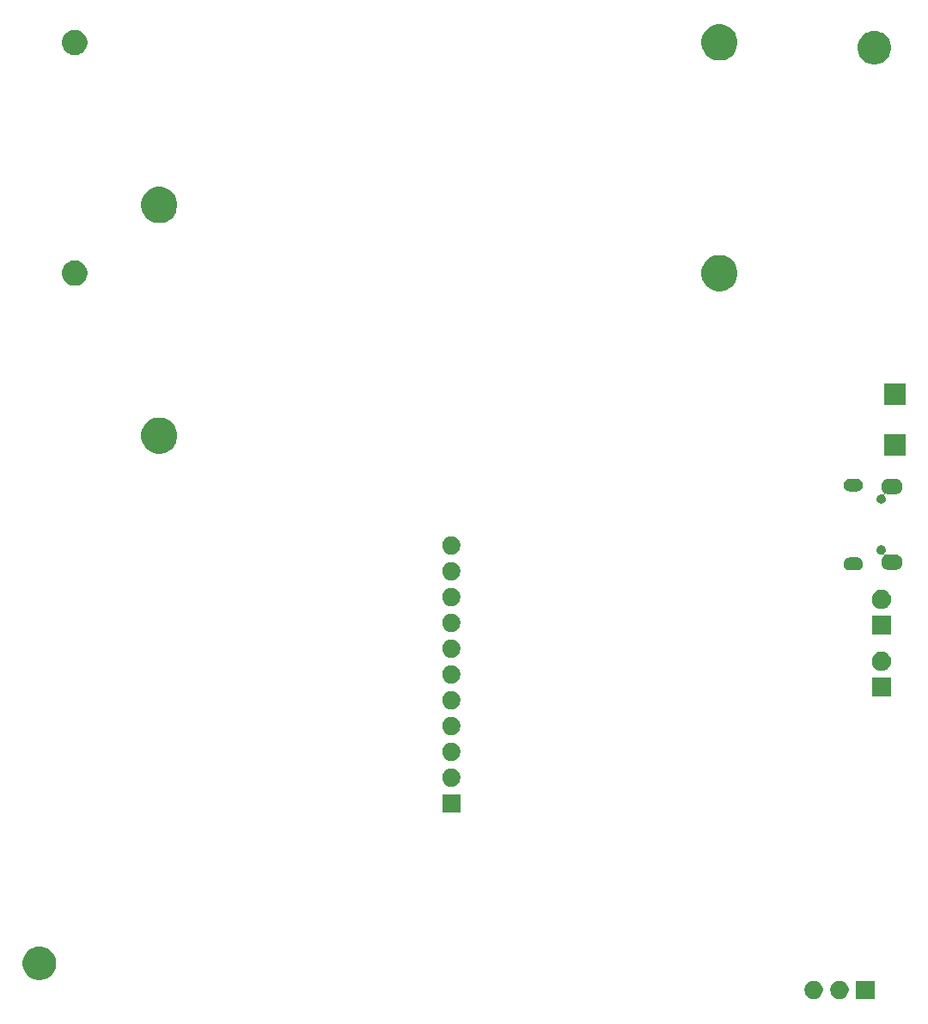
<source format=gbr>
G04 #@! TF.GenerationSoftware,KiCad,Pcbnew,(5.1.5)-3*
G04 #@! TF.CreationDate,2020-03-13T11:52:07+01:00*
G04 #@! TF.ProjectId,MainPCB,4d61696e-5043-4422-9e6b-696361645f70,rev?*
G04 #@! TF.SameCoordinates,Original*
G04 #@! TF.FileFunction,Soldermask,Bot*
G04 #@! TF.FilePolarity,Negative*
%FSLAX46Y46*%
G04 Gerber Fmt 4.6, Leading zero omitted, Abs format (unit mm)*
G04 Created by KiCad (PCBNEW (5.1.5)-3) date 2020-03-13 11:52:07*
%MOMM*%
%LPD*%
G04 APERTURE LIST*
%ADD10C,0.100000*%
G04 APERTURE END LIST*
D10*
G36*
X140740700Y-133577900D02*
G01*
X138938700Y-133577900D01*
X138938700Y-131775900D01*
X140740700Y-131775900D01*
X140740700Y-133577900D01*
G37*
G36*
X134873212Y-131780827D02*
G01*
X135022512Y-131810524D01*
X135186484Y-131878444D01*
X135334054Y-131977047D01*
X135459553Y-132102546D01*
X135558156Y-132250116D01*
X135626076Y-132414088D01*
X135660700Y-132588159D01*
X135660700Y-132765641D01*
X135626076Y-132939712D01*
X135558156Y-133103684D01*
X135459553Y-133251254D01*
X135334054Y-133376753D01*
X135186484Y-133475356D01*
X135022512Y-133543276D01*
X134873212Y-133572973D01*
X134848442Y-133577900D01*
X134670958Y-133577900D01*
X134646188Y-133572973D01*
X134496888Y-133543276D01*
X134332916Y-133475356D01*
X134185346Y-133376753D01*
X134059847Y-133251254D01*
X133961244Y-133103684D01*
X133893324Y-132939712D01*
X133858700Y-132765641D01*
X133858700Y-132588159D01*
X133893324Y-132414088D01*
X133961244Y-132250116D01*
X134059847Y-132102546D01*
X134185346Y-131977047D01*
X134332916Y-131878444D01*
X134496888Y-131810524D01*
X134646188Y-131780827D01*
X134670958Y-131775900D01*
X134848442Y-131775900D01*
X134873212Y-131780827D01*
G37*
G36*
X137413212Y-131780827D02*
G01*
X137562512Y-131810524D01*
X137726484Y-131878444D01*
X137874054Y-131977047D01*
X137999553Y-132102546D01*
X138098156Y-132250116D01*
X138166076Y-132414088D01*
X138200700Y-132588159D01*
X138200700Y-132765641D01*
X138166076Y-132939712D01*
X138098156Y-133103684D01*
X137999553Y-133251254D01*
X137874054Y-133376753D01*
X137726484Y-133475356D01*
X137562512Y-133543276D01*
X137413212Y-133572973D01*
X137388442Y-133577900D01*
X137210958Y-133577900D01*
X137186188Y-133572973D01*
X137036888Y-133543276D01*
X136872916Y-133475356D01*
X136725346Y-133376753D01*
X136599847Y-133251254D01*
X136501244Y-133103684D01*
X136433324Y-132939712D01*
X136398700Y-132765641D01*
X136398700Y-132588159D01*
X136433324Y-132414088D01*
X136501244Y-132250116D01*
X136599847Y-132102546D01*
X136725346Y-131977047D01*
X136872916Y-131878444D01*
X137036888Y-131810524D01*
X137186188Y-131780827D01*
X137210958Y-131775900D01*
X137388442Y-131775900D01*
X137413212Y-131780827D01*
G37*
G36*
X58846056Y-128451998D02*
G01*
X58952379Y-128473147D01*
X59252842Y-128597603D01*
X59523251Y-128778285D01*
X59753215Y-129008249D01*
X59933897Y-129278658D01*
X60058353Y-129579121D01*
X60121800Y-129898091D01*
X60121800Y-130223309D01*
X60058353Y-130542279D01*
X59933897Y-130842742D01*
X59753215Y-131113151D01*
X59523251Y-131343115D01*
X59252842Y-131523797D01*
X58952379Y-131648253D01*
X58846056Y-131669402D01*
X58633411Y-131711700D01*
X58308189Y-131711700D01*
X58095544Y-131669402D01*
X57989221Y-131648253D01*
X57688758Y-131523797D01*
X57418349Y-131343115D01*
X57188385Y-131113151D01*
X57007703Y-130842742D01*
X56883247Y-130542279D01*
X56819800Y-130223309D01*
X56819800Y-129898091D01*
X56883247Y-129579121D01*
X57007703Y-129278658D01*
X57188385Y-129008249D01*
X57418349Y-128778285D01*
X57688758Y-128597603D01*
X57989221Y-128473147D01*
X58095544Y-128451998D01*
X58308189Y-128409700D01*
X58633411Y-128409700D01*
X58846056Y-128451998D01*
G37*
G36*
X99961000Y-115201000D02*
G01*
X98159000Y-115201000D01*
X98159000Y-113399000D01*
X99961000Y-113399000D01*
X99961000Y-115201000D01*
G37*
G36*
X99173512Y-110863927D02*
G01*
X99322812Y-110893624D01*
X99486784Y-110961544D01*
X99634354Y-111060147D01*
X99759853Y-111185646D01*
X99858456Y-111333216D01*
X99926376Y-111497188D01*
X99961000Y-111671259D01*
X99961000Y-111848741D01*
X99926376Y-112022812D01*
X99858456Y-112186784D01*
X99759853Y-112334354D01*
X99634354Y-112459853D01*
X99486784Y-112558456D01*
X99322812Y-112626376D01*
X99173512Y-112656073D01*
X99148742Y-112661000D01*
X98971258Y-112661000D01*
X98946488Y-112656073D01*
X98797188Y-112626376D01*
X98633216Y-112558456D01*
X98485646Y-112459853D01*
X98360147Y-112334354D01*
X98261544Y-112186784D01*
X98193624Y-112022812D01*
X98159000Y-111848741D01*
X98159000Y-111671259D01*
X98193624Y-111497188D01*
X98261544Y-111333216D01*
X98360147Y-111185646D01*
X98485646Y-111060147D01*
X98633216Y-110961544D01*
X98797188Y-110893624D01*
X98946488Y-110863927D01*
X98971258Y-110859000D01*
X99148742Y-110859000D01*
X99173512Y-110863927D01*
G37*
G36*
X99173512Y-108323927D02*
G01*
X99322812Y-108353624D01*
X99486784Y-108421544D01*
X99634354Y-108520147D01*
X99759853Y-108645646D01*
X99858456Y-108793216D01*
X99926376Y-108957188D01*
X99961000Y-109131259D01*
X99961000Y-109308741D01*
X99926376Y-109482812D01*
X99858456Y-109646784D01*
X99759853Y-109794354D01*
X99634354Y-109919853D01*
X99486784Y-110018456D01*
X99322812Y-110086376D01*
X99173512Y-110116073D01*
X99148742Y-110121000D01*
X98971258Y-110121000D01*
X98946488Y-110116073D01*
X98797188Y-110086376D01*
X98633216Y-110018456D01*
X98485646Y-109919853D01*
X98360147Y-109794354D01*
X98261544Y-109646784D01*
X98193624Y-109482812D01*
X98159000Y-109308741D01*
X98159000Y-109131259D01*
X98193624Y-108957188D01*
X98261544Y-108793216D01*
X98360147Y-108645646D01*
X98485646Y-108520147D01*
X98633216Y-108421544D01*
X98797188Y-108353624D01*
X98946488Y-108323927D01*
X98971258Y-108319000D01*
X99148742Y-108319000D01*
X99173512Y-108323927D01*
G37*
G36*
X99173512Y-105783927D02*
G01*
X99322812Y-105813624D01*
X99486784Y-105881544D01*
X99634354Y-105980147D01*
X99759853Y-106105646D01*
X99858456Y-106253216D01*
X99926376Y-106417188D01*
X99961000Y-106591259D01*
X99961000Y-106768741D01*
X99926376Y-106942812D01*
X99858456Y-107106784D01*
X99759853Y-107254354D01*
X99634354Y-107379853D01*
X99486784Y-107478456D01*
X99322812Y-107546376D01*
X99173512Y-107576073D01*
X99148742Y-107581000D01*
X98971258Y-107581000D01*
X98946488Y-107576073D01*
X98797188Y-107546376D01*
X98633216Y-107478456D01*
X98485646Y-107379853D01*
X98360147Y-107254354D01*
X98261544Y-107106784D01*
X98193624Y-106942812D01*
X98159000Y-106768741D01*
X98159000Y-106591259D01*
X98193624Y-106417188D01*
X98261544Y-106253216D01*
X98360147Y-106105646D01*
X98485646Y-105980147D01*
X98633216Y-105881544D01*
X98797188Y-105813624D01*
X98946488Y-105783927D01*
X98971258Y-105779000D01*
X99148742Y-105779000D01*
X99173512Y-105783927D01*
G37*
G36*
X99173512Y-103243927D02*
G01*
X99322812Y-103273624D01*
X99486784Y-103341544D01*
X99634354Y-103440147D01*
X99759853Y-103565646D01*
X99858456Y-103713216D01*
X99926376Y-103877188D01*
X99961000Y-104051259D01*
X99961000Y-104228741D01*
X99926376Y-104402812D01*
X99858456Y-104566784D01*
X99759853Y-104714354D01*
X99634354Y-104839853D01*
X99486784Y-104938456D01*
X99322812Y-105006376D01*
X99173512Y-105036073D01*
X99148742Y-105041000D01*
X98971258Y-105041000D01*
X98946488Y-105036073D01*
X98797188Y-105006376D01*
X98633216Y-104938456D01*
X98485646Y-104839853D01*
X98360147Y-104714354D01*
X98261544Y-104566784D01*
X98193624Y-104402812D01*
X98159000Y-104228741D01*
X98159000Y-104051259D01*
X98193624Y-103877188D01*
X98261544Y-103713216D01*
X98360147Y-103565646D01*
X98485646Y-103440147D01*
X98633216Y-103341544D01*
X98797188Y-103273624D01*
X98946488Y-103243927D01*
X98971258Y-103239000D01*
X99148742Y-103239000D01*
X99173512Y-103243927D01*
G37*
G36*
X142390900Y-103808300D02*
G01*
X140488900Y-103808300D01*
X140488900Y-101906300D01*
X142390900Y-101906300D01*
X142390900Y-103808300D01*
G37*
G36*
X99173512Y-100703927D02*
G01*
X99322812Y-100733624D01*
X99486784Y-100801544D01*
X99634354Y-100900147D01*
X99759853Y-101025646D01*
X99858456Y-101173216D01*
X99926376Y-101337188D01*
X99961000Y-101511259D01*
X99961000Y-101688741D01*
X99926376Y-101862812D01*
X99858456Y-102026784D01*
X99759853Y-102174354D01*
X99634354Y-102299853D01*
X99486784Y-102398456D01*
X99322812Y-102466376D01*
X99173512Y-102496073D01*
X99148742Y-102501000D01*
X98971258Y-102501000D01*
X98946488Y-102496073D01*
X98797188Y-102466376D01*
X98633216Y-102398456D01*
X98485646Y-102299853D01*
X98360147Y-102174354D01*
X98261544Y-102026784D01*
X98193624Y-101862812D01*
X98159000Y-101688741D01*
X98159000Y-101511259D01*
X98193624Y-101337188D01*
X98261544Y-101173216D01*
X98360147Y-101025646D01*
X98485646Y-100900147D01*
X98633216Y-100801544D01*
X98797188Y-100733624D01*
X98946488Y-100703927D01*
X98971258Y-100699000D01*
X99148742Y-100699000D01*
X99173512Y-100703927D01*
G37*
G36*
X141717295Y-99402846D02*
G01*
X141890366Y-99474534D01*
X141890367Y-99474535D01*
X142046127Y-99578610D01*
X142178590Y-99711073D01*
X142230981Y-99789482D01*
X142282666Y-99866834D01*
X142354354Y-100039905D01*
X142390900Y-100223633D01*
X142390900Y-100410967D01*
X142354354Y-100594695D01*
X142282666Y-100767766D01*
X142282665Y-100767767D01*
X142178590Y-100923527D01*
X142046127Y-101055990D01*
X141967718Y-101108381D01*
X141890366Y-101160066D01*
X141717295Y-101231754D01*
X141533567Y-101268300D01*
X141346233Y-101268300D01*
X141162505Y-101231754D01*
X140989434Y-101160066D01*
X140912082Y-101108381D01*
X140833673Y-101055990D01*
X140701210Y-100923527D01*
X140597135Y-100767767D01*
X140597134Y-100767766D01*
X140525446Y-100594695D01*
X140488900Y-100410967D01*
X140488900Y-100223633D01*
X140525446Y-100039905D01*
X140597134Y-99866834D01*
X140648819Y-99789482D01*
X140701210Y-99711073D01*
X140833673Y-99578610D01*
X140989433Y-99474535D01*
X140989434Y-99474534D01*
X141162505Y-99402846D01*
X141346233Y-99366300D01*
X141533567Y-99366300D01*
X141717295Y-99402846D01*
G37*
G36*
X99173512Y-98163927D02*
G01*
X99322812Y-98193624D01*
X99486784Y-98261544D01*
X99634354Y-98360147D01*
X99759853Y-98485646D01*
X99858456Y-98633216D01*
X99926376Y-98797188D01*
X99961000Y-98971259D01*
X99961000Y-99148741D01*
X99926376Y-99322812D01*
X99858456Y-99486784D01*
X99759853Y-99634354D01*
X99634354Y-99759853D01*
X99486784Y-99858456D01*
X99322812Y-99926376D01*
X99173512Y-99956073D01*
X99148742Y-99961000D01*
X98971258Y-99961000D01*
X98946488Y-99956073D01*
X98797188Y-99926376D01*
X98633216Y-99858456D01*
X98485646Y-99759853D01*
X98360147Y-99634354D01*
X98261544Y-99486784D01*
X98193624Y-99322812D01*
X98159000Y-99148741D01*
X98159000Y-98971259D01*
X98193624Y-98797188D01*
X98261544Y-98633216D01*
X98360147Y-98485646D01*
X98485646Y-98360147D01*
X98633216Y-98261544D01*
X98797188Y-98193624D01*
X98946488Y-98163927D01*
X98971258Y-98159000D01*
X99148742Y-98159000D01*
X99173512Y-98163927D01*
G37*
G36*
X142390900Y-97712300D02*
G01*
X140488900Y-97712300D01*
X140488900Y-95810300D01*
X142390900Y-95810300D01*
X142390900Y-97712300D01*
G37*
G36*
X99173512Y-95623927D02*
G01*
X99322812Y-95653624D01*
X99486784Y-95721544D01*
X99634354Y-95820147D01*
X99759853Y-95945646D01*
X99858456Y-96093216D01*
X99926376Y-96257188D01*
X99961000Y-96431259D01*
X99961000Y-96608741D01*
X99926376Y-96782812D01*
X99858456Y-96946784D01*
X99759853Y-97094354D01*
X99634354Y-97219853D01*
X99486784Y-97318456D01*
X99322812Y-97386376D01*
X99173512Y-97416073D01*
X99148742Y-97421000D01*
X98971258Y-97421000D01*
X98946488Y-97416073D01*
X98797188Y-97386376D01*
X98633216Y-97318456D01*
X98485646Y-97219853D01*
X98360147Y-97094354D01*
X98261544Y-96946784D01*
X98193624Y-96782812D01*
X98159000Y-96608741D01*
X98159000Y-96431259D01*
X98193624Y-96257188D01*
X98261544Y-96093216D01*
X98360147Y-95945646D01*
X98485646Y-95820147D01*
X98633216Y-95721544D01*
X98797188Y-95653624D01*
X98946488Y-95623927D01*
X98971258Y-95619000D01*
X99148742Y-95619000D01*
X99173512Y-95623927D01*
G37*
G36*
X141717295Y-93306846D02*
G01*
X141890366Y-93378534D01*
X141890367Y-93378535D01*
X142046127Y-93482610D01*
X142178590Y-93615073D01*
X142178591Y-93615075D01*
X142282666Y-93770834D01*
X142354354Y-93943905D01*
X142390900Y-94127633D01*
X142390900Y-94314967D01*
X142354354Y-94498695D01*
X142282666Y-94671766D01*
X142282665Y-94671767D01*
X142178590Y-94827527D01*
X142046127Y-94959990D01*
X141967718Y-95012381D01*
X141890366Y-95064066D01*
X141717295Y-95135754D01*
X141533567Y-95172300D01*
X141346233Y-95172300D01*
X141162505Y-95135754D01*
X140989434Y-95064066D01*
X140912082Y-95012381D01*
X140833673Y-94959990D01*
X140701210Y-94827527D01*
X140597135Y-94671767D01*
X140597134Y-94671766D01*
X140525446Y-94498695D01*
X140488900Y-94314967D01*
X140488900Y-94127633D01*
X140525446Y-93943905D01*
X140597134Y-93770834D01*
X140701209Y-93615075D01*
X140701210Y-93615073D01*
X140833673Y-93482610D01*
X140989433Y-93378535D01*
X140989434Y-93378534D01*
X141162505Y-93306846D01*
X141346233Y-93270300D01*
X141533567Y-93270300D01*
X141717295Y-93306846D01*
G37*
G36*
X99173512Y-93083927D02*
G01*
X99322812Y-93113624D01*
X99486784Y-93181544D01*
X99634354Y-93280147D01*
X99759853Y-93405646D01*
X99858456Y-93553216D01*
X99926376Y-93717188D01*
X99961000Y-93891259D01*
X99961000Y-94068741D01*
X99926376Y-94242812D01*
X99858456Y-94406784D01*
X99759853Y-94554354D01*
X99634354Y-94679853D01*
X99486784Y-94778456D01*
X99322812Y-94846376D01*
X99173512Y-94876073D01*
X99148742Y-94881000D01*
X98971258Y-94881000D01*
X98946488Y-94876073D01*
X98797188Y-94846376D01*
X98633216Y-94778456D01*
X98485646Y-94679853D01*
X98360147Y-94554354D01*
X98261544Y-94406784D01*
X98193624Y-94242812D01*
X98159000Y-94068741D01*
X98159000Y-93891259D01*
X98193624Y-93717188D01*
X98261544Y-93553216D01*
X98360147Y-93405646D01*
X98485646Y-93280147D01*
X98633216Y-93181544D01*
X98797188Y-93113624D01*
X98946488Y-93083927D01*
X98971258Y-93079000D01*
X99148742Y-93079000D01*
X99173512Y-93083927D01*
G37*
G36*
X99173512Y-90543927D02*
G01*
X99322812Y-90573624D01*
X99486784Y-90641544D01*
X99634354Y-90740147D01*
X99759853Y-90865646D01*
X99858456Y-91013216D01*
X99926376Y-91177188D01*
X99961000Y-91351259D01*
X99961000Y-91528741D01*
X99926376Y-91702812D01*
X99858456Y-91866784D01*
X99759853Y-92014354D01*
X99634354Y-92139853D01*
X99486784Y-92238456D01*
X99322812Y-92306376D01*
X99173512Y-92336073D01*
X99148742Y-92341000D01*
X98971258Y-92341000D01*
X98946488Y-92336073D01*
X98797188Y-92306376D01*
X98633216Y-92238456D01*
X98485646Y-92139853D01*
X98360147Y-92014354D01*
X98261544Y-91866784D01*
X98193624Y-91702812D01*
X98159000Y-91528741D01*
X98159000Y-91351259D01*
X98193624Y-91177188D01*
X98261544Y-91013216D01*
X98360147Y-90865646D01*
X98485646Y-90740147D01*
X98633216Y-90641544D01*
X98797188Y-90573624D01*
X98946488Y-90543927D01*
X98971258Y-90539000D01*
X99148742Y-90539000D01*
X99173512Y-90543927D01*
G37*
G36*
X141558652Y-88896231D02*
G01*
X141640727Y-88930228D01*
X141640729Y-88930229D01*
X141677913Y-88955075D01*
X141714595Y-88979585D01*
X141777415Y-89042405D01*
X141826772Y-89116273D01*
X141860769Y-89198348D01*
X141878100Y-89285479D01*
X141878100Y-89374321D01*
X141860769Y-89461452D01*
X141826772Y-89543527D01*
X141777415Y-89617395D01*
X141761862Y-89632948D01*
X141746317Y-89651890D01*
X141734766Y-89673501D01*
X141727653Y-89696950D01*
X141725251Y-89721336D01*
X141727653Y-89745722D01*
X141734766Y-89769171D01*
X141746317Y-89790782D01*
X141761862Y-89809724D01*
X141780804Y-89825269D01*
X141802415Y-89836820D01*
X141825864Y-89843933D01*
X141850250Y-89846335D01*
X141874636Y-89843933D01*
X141898085Y-89836820D01*
X141901714Y-89835104D01*
X141903700Y-89834502D01*
X141903701Y-89834501D01*
X141948001Y-89821063D01*
X142049979Y-89790128D01*
X142163982Y-89778900D01*
X142790218Y-89778900D01*
X142904221Y-89790128D01*
X143050502Y-89834502D01*
X143185304Y-89906555D01*
X143185307Y-89906557D01*
X143185308Y-89906558D01*
X143270668Y-89976612D01*
X143303469Y-90003531D01*
X143400445Y-90121696D01*
X143472498Y-90256498D01*
X143516872Y-90402779D01*
X143531854Y-90554900D01*
X143516872Y-90707021D01*
X143472498Y-90853302D01*
X143400445Y-90988104D01*
X143400443Y-90988107D01*
X143400442Y-90988108D01*
X143303469Y-91106269D01*
X143217055Y-91177188D01*
X143185304Y-91203245D01*
X143050502Y-91275298D01*
X142904221Y-91319672D01*
X142790218Y-91330900D01*
X142163982Y-91330900D01*
X142049979Y-91319672D01*
X141903698Y-91275298D01*
X141768896Y-91203245D01*
X141737146Y-91177188D01*
X141650731Y-91106269D01*
X141553758Y-90988108D01*
X141553757Y-90988107D01*
X141553755Y-90988104D01*
X141481702Y-90853302D01*
X141437328Y-90707021D01*
X141422346Y-90554900D01*
X141437328Y-90402779D01*
X141481702Y-90256498D01*
X141553755Y-90121696D01*
X141650733Y-90003528D01*
X141683530Y-89976612D01*
X141700857Y-89959285D01*
X141714470Y-89938911D01*
X141723848Y-89916272D01*
X141728628Y-89892239D01*
X141728628Y-89867735D01*
X141723848Y-89843701D01*
X141714470Y-89821063D01*
X141700856Y-89800688D01*
X141683529Y-89783361D01*
X141663155Y-89769748D01*
X141640516Y-89760370D01*
X141616483Y-89755590D01*
X141591979Y-89755590D01*
X141567945Y-89760370D01*
X141559451Y-89763410D01*
X141471521Y-89780900D01*
X141382679Y-89780900D01*
X141295548Y-89763569D01*
X141213473Y-89729572D01*
X141213472Y-89729572D01*
X141213471Y-89729571D01*
X141139604Y-89680214D01*
X141076786Y-89617396D01*
X141027429Y-89543529D01*
X141027428Y-89543527D01*
X140993431Y-89461452D01*
X140976100Y-89374321D01*
X140976100Y-89285479D01*
X140993431Y-89198348D01*
X141027428Y-89116273D01*
X141076785Y-89042405D01*
X141139605Y-88979585D01*
X141176287Y-88955075D01*
X141213471Y-88930229D01*
X141213473Y-88930228D01*
X141295548Y-88896231D01*
X141382679Y-88878900D01*
X141471521Y-88878900D01*
X141558652Y-88896231D01*
G37*
G36*
X139124815Y-90087958D02*
G01*
X139220853Y-90117091D01*
X139236035Y-90121696D01*
X139242822Y-90123755D01*
X139351568Y-90181881D01*
X139446890Y-90260110D01*
X139525119Y-90355432D01*
X139583245Y-90464178D01*
X139619042Y-90582185D01*
X139631128Y-90704900D01*
X139619042Y-90827615D01*
X139583245Y-90945622D01*
X139525119Y-91054368D01*
X139446890Y-91149690D01*
X139351568Y-91227919D01*
X139242822Y-91286045D01*
X139124815Y-91321842D01*
X139032846Y-91330900D01*
X138321354Y-91330900D01*
X138229385Y-91321842D01*
X138111378Y-91286045D01*
X138002632Y-91227919D01*
X137907310Y-91149690D01*
X137829081Y-91054368D01*
X137770955Y-90945622D01*
X137735158Y-90827615D01*
X137723072Y-90704900D01*
X137735158Y-90582185D01*
X137770955Y-90464178D01*
X137829081Y-90355432D01*
X137907310Y-90260110D01*
X138002632Y-90181881D01*
X138111378Y-90123755D01*
X138118166Y-90121696D01*
X138133347Y-90117091D01*
X138229385Y-90087958D01*
X138321354Y-90078900D01*
X139032846Y-90078900D01*
X139124815Y-90087958D01*
G37*
G36*
X99173512Y-88003927D02*
G01*
X99322812Y-88033624D01*
X99486784Y-88101544D01*
X99634354Y-88200147D01*
X99759853Y-88325646D01*
X99858456Y-88473216D01*
X99926376Y-88637188D01*
X99961000Y-88811259D01*
X99961000Y-88988741D01*
X99926376Y-89162812D01*
X99858456Y-89326784D01*
X99759853Y-89474354D01*
X99634354Y-89599853D01*
X99486784Y-89698456D01*
X99322812Y-89766376D01*
X99173512Y-89796073D01*
X99148742Y-89801000D01*
X98971258Y-89801000D01*
X98946488Y-89796073D01*
X98797188Y-89766376D01*
X98633216Y-89698456D01*
X98485646Y-89599853D01*
X98360147Y-89474354D01*
X98261544Y-89326784D01*
X98193624Y-89162812D01*
X98159000Y-88988741D01*
X98159000Y-88811259D01*
X98193624Y-88637188D01*
X98261544Y-88473216D01*
X98360147Y-88325646D01*
X98485646Y-88200147D01*
X98633216Y-88101544D01*
X98797188Y-88033624D01*
X98946488Y-88003927D01*
X98971258Y-87999000D01*
X99148742Y-87999000D01*
X99173512Y-88003927D01*
G37*
G36*
X142904221Y-82340128D02*
G01*
X143050502Y-82384502D01*
X143185304Y-82456555D01*
X143185307Y-82456557D01*
X143185308Y-82456558D01*
X143303469Y-82553531D01*
X143346063Y-82605431D01*
X143400445Y-82671696D01*
X143472498Y-82806498D01*
X143516872Y-82952779D01*
X143531854Y-83104900D01*
X143516872Y-83257021D01*
X143472498Y-83403302D01*
X143400445Y-83538104D01*
X143400443Y-83538107D01*
X143400442Y-83538108D01*
X143303469Y-83656269D01*
X143211216Y-83731980D01*
X143185304Y-83753245D01*
X143050502Y-83825298D01*
X142904221Y-83869672D01*
X142790218Y-83880900D01*
X142163982Y-83880900D01*
X142049979Y-83869672D01*
X141897764Y-83823498D01*
X141886539Y-83818848D01*
X141862505Y-83814067D01*
X141838001Y-83814067D01*
X141813968Y-83818846D01*
X141791329Y-83828223D01*
X141770954Y-83841836D01*
X141753627Y-83859163D01*
X141740012Y-83879537D01*
X141730634Y-83902175D01*
X141725853Y-83926209D01*
X141725853Y-83950713D01*
X141730632Y-83974746D01*
X141740009Y-83997385D01*
X141753622Y-84017760D01*
X141761862Y-84026852D01*
X141777415Y-84042405D01*
X141826772Y-84116273D01*
X141860769Y-84198348D01*
X141878100Y-84285479D01*
X141878100Y-84374321D01*
X141860769Y-84461452D01*
X141826772Y-84543527D01*
X141826771Y-84543529D01*
X141777414Y-84617396D01*
X141714596Y-84680214D01*
X141640729Y-84729571D01*
X141640728Y-84729572D01*
X141640727Y-84729572D01*
X141558652Y-84763569D01*
X141471521Y-84780900D01*
X141382679Y-84780900D01*
X141295548Y-84763569D01*
X141213473Y-84729572D01*
X141213472Y-84729572D01*
X141213471Y-84729571D01*
X141139604Y-84680214D01*
X141076786Y-84617396D01*
X141027429Y-84543529D01*
X141027428Y-84543527D01*
X140993431Y-84461452D01*
X140976100Y-84374321D01*
X140976100Y-84285479D01*
X140993431Y-84198348D01*
X141027428Y-84116273D01*
X141076785Y-84042405D01*
X141139605Y-83979585D01*
X141182815Y-83950713D01*
X141213471Y-83930229D01*
X141223176Y-83926209D01*
X141295548Y-83896231D01*
X141382679Y-83878900D01*
X141471521Y-83878900D01*
X141561046Y-83896707D01*
X141579843Y-83902410D01*
X141604229Y-83904812D01*
X141628615Y-83902411D01*
X141652064Y-83895298D01*
X141673675Y-83883747D01*
X141692617Y-83868202D01*
X141708163Y-83849261D01*
X141719714Y-83827650D01*
X141726828Y-83804201D01*
X141729230Y-83779815D01*
X141726829Y-83755429D01*
X141719716Y-83731980D01*
X141708165Y-83710369D01*
X141692620Y-83691427D01*
X141683530Y-83683188D01*
X141650733Y-83656272D01*
X141553755Y-83538104D01*
X141481702Y-83403302D01*
X141437328Y-83257021D01*
X141422346Y-83104900D01*
X141437328Y-82952779D01*
X141481702Y-82806498D01*
X141553755Y-82671696D01*
X141608138Y-82605431D01*
X141650731Y-82553531D01*
X141768892Y-82456558D01*
X141768893Y-82456557D01*
X141768896Y-82456555D01*
X141903698Y-82384502D01*
X142049979Y-82340128D01*
X142163982Y-82328900D01*
X142790218Y-82328900D01*
X142904221Y-82340128D01*
G37*
G36*
X139124815Y-82337958D02*
G01*
X139242822Y-82373755D01*
X139351568Y-82431881D01*
X139446890Y-82510110D01*
X139525119Y-82605432D01*
X139583245Y-82714178D01*
X139619042Y-82832185D01*
X139631128Y-82954900D01*
X139619042Y-83077615D01*
X139583245Y-83195622D01*
X139525119Y-83304368D01*
X139446890Y-83399690D01*
X139351568Y-83477919D01*
X139242822Y-83536045D01*
X139242819Y-83536046D01*
X139236021Y-83538108D01*
X139124815Y-83571842D01*
X139032846Y-83580900D01*
X138321354Y-83580900D01*
X138229385Y-83571842D01*
X138118179Y-83538108D01*
X138111381Y-83536046D01*
X138111378Y-83536045D01*
X138002632Y-83477919D01*
X137907310Y-83399690D01*
X137829081Y-83304368D01*
X137770955Y-83195622D01*
X137735158Y-83077615D01*
X137723072Y-82954900D01*
X137735158Y-82832185D01*
X137770955Y-82714178D01*
X137829081Y-82605432D01*
X137907310Y-82510110D01*
X138002632Y-82431881D01*
X138111378Y-82373755D01*
X138229385Y-82337958D01*
X138321354Y-82328900D01*
X139032846Y-82328900D01*
X139124815Y-82337958D01*
G37*
G36*
X143799000Y-80055800D02*
G01*
X141697000Y-80055800D01*
X141697000Y-77953800D01*
X143799000Y-77953800D01*
X143799000Y-80055800D01*
G37*
G36*
X70799039Y-76373750D02*
G01*
X70988372Y-76452175D01*
X71122251Y-76507629D01*
X71413134Y-76701991D01*
X71660509Y-76949366D01*
X71854871Y-77240249D01*
X71854871Y-77240250D01*
X71988750Y-77563461D01*
X72057000Y-77906578D01*
X72057000Y-78256422D01*
X71988750Y-78599539D01*
X71910325Y-78788872D01*
X71854871Y-78922751D01*
X71660509Y-79213634D01*
X71413134Y-79461009D01*
X71122251Y-79655371D01*
X70988372Y-79710825D01*
X70799039Y-79789250D01*
X70455922Y-79857500D01*
X70106078Y-79857500D01*
X69762961Y-79789250D01*
X69573628Y-79710825D01*
X69439749Y-79655371D01*
X69148866Y-79461009D01*
X68901491Y-79213634D01*
X68707129Y-78922751D01*
X68651675Y-78788872D01*
X68573250Y-78599539D01*
X68505000Y-78256422D01*
X68505000Y-77906578D01*
X68573250Y-77563461D01*
X68707129Y-77240250D01*
X68707129Y-77240249D01*
X68901491Y-76949366D01*
X69148866Y-76701991D01*
X69439749Y-76507629D01*
X69573628Y-76452175D01*
X69762961Y-76373750D01*
X70106078Y-76305500D01*
X70455922Y-76305500D01*
X70799039Y-76373750D01*
G37*
G36*
X143799000Y-75055800D02*
G01*
X141697000Y-75055800D01*
X141697000Y-72953800D01*
X143799000Y-72953800D01*
X143799000Y-75055800D01*
G37*
G36*
X125999039Y-60373750D02*
G01*
X126188372Y-60452175D01*
X126322251Y-60507629D01*
X126613134Y-60701991D01*
X126860509Y-60949366D01*
X127054871Y-61240249D01*
X127054871Y-61240250D01*
X127188750Y-61563461D01*
X127257000Y-61906578D01*
X127257000Y-62256422D01*
X127188750Y-62599539D01*
X127158859Y-62671701D01*
X127054871Y-62922751D01*
X126860509Y-63213634D01*
X126613134Y-63461009D01*
X126322251Y-63655371D01*
X126188372Y-63710825D01*
X125999039Y-63789250D01*
X125655922Y-63857500D01*
X125306078Y-63857500D01*
X124962961Y-63789250D01*
X124773628Y-63710825D01*
X124639749Y-63655371D01*
X124348866Y-63461009D01*
X124101491Y-63213634D01*
X123907129Y-62922751D01*
X123803141Y-62671701D01*
X123773250Y-62599539D01*
X123705000Y-62256422D01*
X123705000Y-61906578D01*
X123773250Y-61563461D01*
X123907129Y-61240250D01*
X123907129Y-61240249D01*
X124101491Y-60949366D01*
X124348866Y-60701991D01*
X124639749Y-60507629D01*
X124773628Y-60452175D01*
X124962961Y-60373750D01*
X125306078Y-60305500D01*
X125655922Y-60305500D01*
X125999039Y-60373750D01*
G37*
G36*
X62314444Y-60883382D02*
G01*
X62541201Y-60977308D01*
X62541202Y-60977309D01*
X62745279Y-61113668D01*
X62918832Y-61287221D01*
X63009944Y-61423581D01*
X63055192Y-61491299D01*
X63149118Y-61718056D01*
X63197000Y-61958778D01*
X63197000Y-62204222D01*
X63149118Y-62444944D01*
X63055192Y-62671701D01*
X63055191Y-62671702D01*
X62918832Y-62875779D01*
X62745279Y-63049332D01*
X62608919Y-63140444D01*
X62541201Y-63185692D01*
X62314444Y-63279618D01*
X62073722Y-63327500D01*
X61828278Y-63327500D01*
X61587556Y-63279618D01*
X61360799Y-63185692D01*
X61293081Y-63140444D01*
X61156721Y-63049332D01*
X60983168Y-62875779D01*
X60846809Y-62671702D01*
X60846808Y-62671701D01*
X60752882Y-62444944D01*
X60705000Y-62204222D01*
X60705000Y-61958778D01*
X60752882Y-61718056D01*
X60846808Y-61491299D01*
X60892056Y-61423581D01*
X60983168Y-61287221D01*
X61156721Y-61113668D01*
X61360798Y-60977309D01*
X61360799Y-60977308D01*
X61587556Y-60883382D01*
X61828278Y-60835500D01*
X62073722Y-60835500D01*
X62314444Y-60883382D01*
G37*
G36*
X70799039Y-53663750D02*
G01*
X70988372Y-53742175D01*
X71122251Y-53797629D01*
X71413134Y-53991991D01*
X71660509Y-54239366D01*
X71854871Y-54530249D01*
X71854871Y-54530250D01*
X71988750Y-54853461D01*
X72057000Y-55196578D01*
X72057000Y-55546422D01*
X71988750Y-55889539D01*
X71910325Y-56078872D01*
X71854871Y-56212751D01*
X71660509Y-56503634D01*
X71413134Y-56751009D01*
X71122251Y-56945371D01*
X70988372Y-57000825D01*
X70799039Y-57079250D01*
X70455922Y-57147500D01*
X70106078Y-57147500D01*
X69762961Y-57079250D01*
X69573628Y-57000825D01*
X69439749Y-56945371D01*
X69148866Y-56751009D01*
X68901491Y-56503634D01*
X68707129Y-56212751D01*
X68651675Y-56078872D01*
X68573250Y-55889539D01*
X68505000Y-55546422D01*
X68505000Y-55196578D01*
X68573250Y-54853461D01*
X68707129Y-54530250D01*
X68707129Y-54530249D01*
X68901491Y-54239366D01*
X69148866Y-53991991D01*
X69439749Y-53797629D01*
X69573628Y-53742175D01*
X69762961Y-53663750D01*
X70106078Y-53595500D01*
X70455922Y-53595500D01*
X70799039Y-53663750D01*
G37*
G36*
X141119351Y-38267308D02*
G01*
X141235679Y-38290447D01*
X141448137Y-38378450D01*
X141509019Y-38403668D01*
X141536142Y-38414903D01*
X141806551Y-38595585D01*
X142036515Y-38825549D01*
X142217197Y-39095958D01*
X142217198Y-39095960D01*
X142341653Y-39396422D01*
X142405100Y-39715389D01*
X142405100Y-40040611D01*
X142341653Y-40359578D01*
X142234819Y-40617500D01*
X142217197Y-40660042D01*
X142036515Y-40930451D01*
X141806551Y-41160415D01*
X141536142Y-41341097D01*
X141235679Y-41465553D01*
X141129356Y-41486702D01*
X140916711Y-41529000D01*
X140591489Y-41529000D01*
X140378844Y-41486702D01*
X140272521Y-41465553D01*
X139972058Y-41341097D01*
X139701649Y-41160415D01*
X139471685Y-40930451D01*
X139291003Y-40660042D01*
X139273382Y-40617500D01*
X139166547Y-40359578D01*
X139103100Y-40040611D01*
X139103100Y-39715389D01*
X139166547Y-39396422D01*
X139291002Y-39095960D01*
X139291003Y-39095958D01*
X139471685Y-38825549D01*
X139701649Y-38595585D01*
X139972058Y-38414903D01*
X139999182Y-38403668D01*
X140060063Y-38378450D01*
X140272521Y-38290447D01*
X140388849Y-38267308D01*
X140591489Y-38227000D01*
X140916711Y-38227000D01*
X141119351Y-38267308D01*
G37*
G36*
X125999039Y-37663750D02*
G01*
X126188372Y-37742175D01*
X126322251Y-37797629D01*
X126613134Y-37991991D01*
X126860509Y-38239366D01*
X127054871Y-38530249D01*
X127081934Y-38595585D01*
X127188750Y-38853461D01*
X127257000Y-39196578D01*
X127257000Y-39546422D01*
X127188750Y-39889539D01*
X127158859Y-39961701D01*
X127054871Y-40212751D01*
X126860509Y-40503634D01*
X126613134Y-40751009D01*
X126322251Y-40945371D01*
X126188372Y-41000825D01*
X125999039Y-41079250D01*
X125655922Y-41147500D01*
X125306078Y-41147500D01*
X124962961Y-41079250D01*
X124773628Y-41000825D01*
X124639749Y-40945371D01*
X124348866Y-40751009D01*
X124101491Y-40503634D01*
X123907129Y-40212751D01*
X123803141Y-39961701D01*
X123773250Y-39889539D01*
X123705000Y-39546422D01*
X123705000Y-39196578D01*
X123773250Y-38853461D01*
X123880066Y-38595585D01*
X123907129Y-38530249D01*
X124101491Y-38239366D01*
X124348866Y-37991991D01*
X124639749Y-37797629D01*
X124773628Y-37742175D01*
X124962961Y-37663750D01*
X125306078Y-37595500D01*
X125655922Y-37595500D01*
X125999039Y-37663750D01*
G37*
G36*
X62314444Y-38173382D02*
G01*
X62541201Y-38267308D01*
X62541202Y-38267309D01*
X62745279Y-38403668D01*
X62918832Y-38577221D01*
X62931102Y-38595585D01*
X63055192Y-38781299D01*
X63149118Y-39008056D01*
X63197000Y-39248778D01*
X63197000Y-39494222D01*
X63149118Y-39734944D01*
X63055192Y-39961701D01*
X63055191Y-39961702D01*
X62918832Y-40165779D01*
X62745279Y-40339332D01*
X62608919Y-40430444D01*
X62541201Y-40475692D01*
X62314444Y-40569618D01*
X62073722Y-40617500D01*
X61828278Y-40617500D01*
X61587556Y-40569618D01*
X61360799Y-40475692D01*
X61293081Y-40430444D01*
X61156721Y-40339332D01*
X60983168Y-40165779D01*
X60846809Y-39961702D01*
X60846808Y-39961701D01*
X60752882Y-39734944D01*
X60705000Y-39494222D01*
X60705000Y-39248778D01*
X60752882Y-39008056D01*
X60846808Y-38781299D01*
X60970898Y-38595585D01*
X60983168Y-38577221D01*
X61156721Y-38403668D01*
X61360798Y-38267309D01*
X61360799Y-38267308D01*
X61587556Y-38173382D01*
X61828278Y-38125500D01*
X62073722Y-38125500D01*
X62314444Y-38173382D01*
G37*
M02*

</source>
